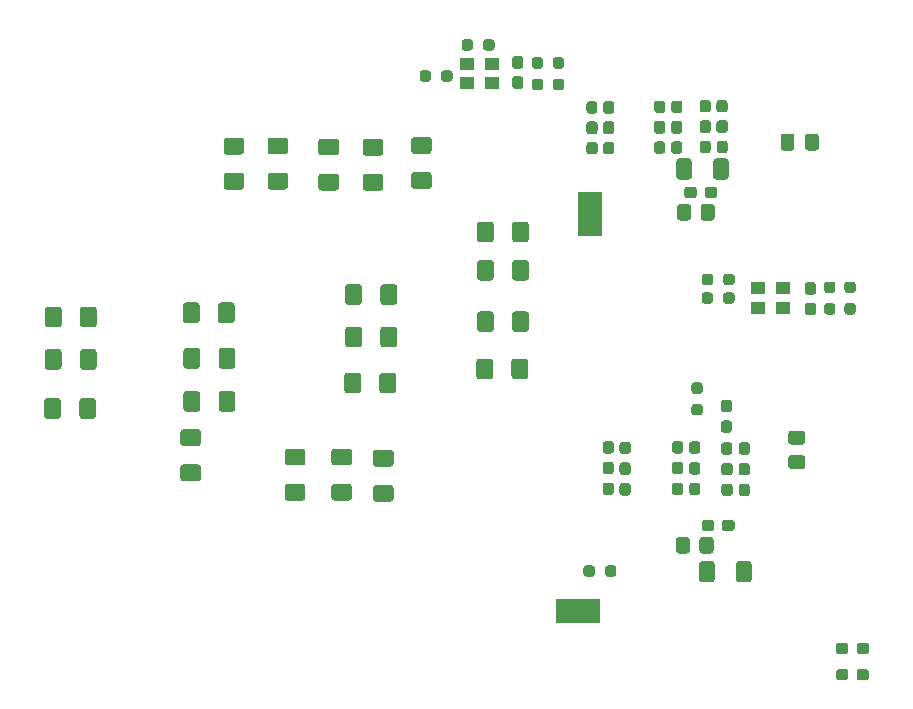
<source format=gbr>
G04 #@! TF.GenerationSoftware,KiCad,Pcbnew,5.1.10-88a1d61d58~90~ubuntu20.04.1*
G04 #@! TF.CreationDate,2021-09-12T22:34:26-04:00*
G04 #@! TF.ProjectId,UnwaryNuc,556e7761-7279-44e7-9563-2e6b69636164,rev?*
G04 #@! TF.SameCoordinates,Original*
G04 #@! TF.FileFunction,Paste,Bot*
G04 #@! TF.FilePolarity,Positive*
%FSLAX46Y46*%
G04 Gerber Fmt 4.6, Leading zero omitted, Abs format (unit mm)*
G04 Created by KiCad (PCBNEW 5.1.10-88a1d61d58~90~ubuntu20.04.1) date 2021-09-12 22:34:26*
%MOMM*%
%LPD*%
G01*
G04 APERTURE LIST*
%ADD10R,2.000000X3.800000*%
%ADD11R,1.300000X1.100000*%
%ADD12R,3.800000X2.000000*%
G04 APERTURE END LIST*
D10*
X165049200Y-75641200D03*
G36*
G01*
X164964100Y-69539600D02*
X165439100Y-69539600D01*
G75*
G02*
X165676600Y-69777100I0J-237500D01*
G01*
X165676600Y-70352100D01*
G75*
G02*
X165439100Y-70589600I-237500J0D01*
G01*
X164964100Y-70589600D01*
G75*
G02*
X164726600Y-70352100I0J237500D01*
G01*
X164726600Y-69777100D01*
G75*
G02*
X164964100Y-69539600I237500J0D01*
G01*
G37*
G36*
G01*
X164964100Y-67789600D02*
X165439100Y-67789600D01*
G75*
G02*
X165676600Y-68027100I0J-237500D01*
G01*
X165676600Y-68602100D01*
G75*
G02*
X165439100Y-68839600I-237500J0D01*
G01*
X164964100Y-68839600D01*
G75*
G02*
X164726600Y-68602100I0J237500D01*
G01*
X164726600Y-68027100D01*
G75*
G02*
X164964100Y-67789600I237500J0D01*
G01*
G37*
G36*
G01*
X165421100Y-67137800D02*
X164946100Y-67137800D01*
G75*
G02*
X164708600Y-66900300I0J237500D01*
G01*
X164708600Y-66325300D01*
G75*
G02*
X164946100Y-66087800I237500J0D01*
G01*
X165421100Y-66087800D01*
G75*
G02*
X165658600Y-66325300I0J-237500D01*
G01*
X165658600Y-66900300D01*
G75*
G02*
X165421100Y-67137800I-237500J0D01*
G01*
G37*
G36*
G01*
X165421100Y-68887800D02*
X164946100Y-68887800D01*
G75*
G02*
X164708600Y-68650300I0J237500D01*
G01*
X164708600Y-68075300D01*
G75*
G02*
X164946100Y-67837800I237500J0D01*
G01*
X165421100Y-67837800D01*
G75*
G02*
X165658600Y-68075300I0J-237500D01*
G01*
X165658600Y-68650300D01*
G75*
G02*
X165421100Y-68887800I-237500J0D01*
G01*
G37*
G36*
G01*
X172133800Y-69488800D02*
X172608800Y-69488800D01*
G75*
G02*
X172846300Y-69726300I0J-237500D01*
G01*
X172846300Y-70301300D01*
G75*
G02*
X172608800Y-70538800I-237500J0D01*
G01*
X172133800Y-70538800D01*
G75*
G02*
X171896300Y-70301300I0J237500D01*
G01*
X171896300Y-69726300D01*
G75*
G02*
X172133800Y-69488800I237500J0D01*
G01*
G37*
G36*
G01*
X172133800Y-67738800D02*
X172608800Y-67738800D01*
G75*
G02*
X172846300Y-67976300I0J-237500D01*
G01*
X172846300Y-68551300D01*
G75*
G02*
X172608800Y-68788800I-237500J0D01*
G01*
X172133800Y-68788800D01*
G75*
G02*
X171896300Y-68551300I0J237500D01*
G01*
X171896300Y-67976300D01*
G75*
G02*
X172133800Y-67738800I237500J0D01*
G01*
G37*
G36*
G01*
X172608800Y-67087000D02*
X172133800Y-67087000D01*
G75*
G02*
X171896300Y-66849500I0J237500D01*
G01*
X171896300Y-66274500D01*
G75*
G02*
X172133800Y-66037000I237500J0D01*
G01*
X172608800Y-66037000D01*
G75*
G02*
X172846300Y-66274500I0J-237500D01*
G01*
X172846300Y-66849500D01*
G75*
G02*
X172608800Y-67087000I-237500J0D01*
G01*
G37*
G36*
G01*
X172608800Y-68837000D02*
X172133800Y-68837000D01*
G75*
G02*
X171896300Y-68599500I0J237500D01*
G01*
X171896300Y-68024500D01*
G75*
G02*
X172133800Y-67787000I237500J0D01*
G01*
X172608800Y-67787000D01*
G75*
G02*
X172846300Y-68024500I0J-237500D01*
G01*
X172846300Y-68599500D01*
G75*
G02*
X172608800Y-68837000I-237500J0D01*
G01*
G37*
G36*
G01*
X170679100Y-69488800D02*
X171154100Y-69488800D01*
G75*
G02*
X171391600Y-69726300I0J-237500D01*
G01*
X171391600Y-70301300D01*
G75*
G02*
X171154100Y-70538800I-237500J0D01*
G01*
X170679100Y-70538800D01*
G75*
G02*
X170441600Y-70301300I0J237500D01*
G01*
X170441600Y-69726300D01*
G75*
G02*
X170679100Y-69488800I237500J0D01*
G01*
G37*
G36*
G01*
X170679100Y-67738800D02*
X171154100Y-67738800D01*
G75*
G02*
X171391600Y-67976300I0J-237500D01*
G01*
X171391600Y-68551300D01*
G75*
G02*
X171154100Y-68788800I-237500J0D01*
G01*
X170679100Y-68788800D01*
G75*
G02*
X170441600Y-68551300I0J237500D01*
G01*
X170441600Y-67976300D01*
G75*
G02*
X170679100Y-67738800I237500J0D01*
G01*
G37*
G36*
G01*
X171162000Y-67087000D02*
X170687000Y-67087000D01*
G75*
G02*
X170449500Y-66849500I0J237500D01*
G01*
X170449500Y-66274500D01*
G75*
G02*
X170687000Y-66037000I237500J0D01*
G01*
X171162000Y-66037000D01*
G75*
G02*
X171399500Y-66274500I0J-237500D01*
G01*
X171399500Y-66849500D01*
G75*
G02*
X171162000Y-67087000I-237500J0D01*
G01*
G37*
G36*
G01*
X171162000Y-68837000D02*
X170687000Y-68837000D01*
G75*
G02*
X170449500Y-68599500I0J237500D01*
G01*
X170449500Y-68024500D01*
G75*
G02*
X170687000Y-67787000I237500J0D01*
G01*
X171162000Y-67787000D01*
G75*
G02*
X171399500Y-68024500I0J-237500D01*
G01*
X171399500Y-68599500D01*
G75*
G02*
X171162000Y-68837000I-237500J0D01*
G01*
G37*
G36*
G01*
X174539900Y-69438000D02*
X175014900Y-69438000D01*
G75*
G02*
X175252400Y-69675500I0J-237500D01*
G01*
X175252400Y-70250500D01*
G75*
G02*
X175014900Y-70488000I-237500J0D01*
G01*
X174539900Y-70488000D01*
G75*
G02*
X174302400Y-70250500I0J237500D01*
G01*
X174302400Y-69675500D01*
G75*
G02*
X174539900Y-69438000I237500J0D01*
G01*
G37*
G36*
G01*
X174539900Y-67688000D02*
X175014900Y-67688000D01*
G75*
G02*
X175252400Y-67925500I0J-237500D01*
G01*
X175252400Y-68500500D01*
G75*
G02*
X175014900Y-68738000I-237500J0D01*
G01*
X174539900Y-68738000D01*
G75*
G02*
X174302400Y-68500500I0J237500D01*
G01*
X174302400Y-67925500D01*
G75*
G02*
X174539900Y-67688000I237500J0D01*
G01*
G37*
G36*
G01*
X175021300Y-67036200D02*
X174546300Y-67036200D01*
G75*
G02*
X174308800Y-66798700I0J237500D01*
G01*
X174308800Y-66223700D01*
G75*
G02*
X174546300Y-65986200I237500J0D01*
G01*
X175021300Y-65986200D01*
G75*
G02*
X175258800Y-66223700I0J-237500D01*
G01*
X175258800Y-66798700D01*
G75*
G02*
X175021300Y-67036200I-237500J0D01*
G01*
G37*
G36*
G01*
X175021300Y-68786200D02*
X174546300Y-68786200D01*
G75*
G02*
X174308800Y-68548700I0J237500D01*
G01*
X174308800Y-67973700D01*
G75*
G02*
X174546300Y-67736200I237500J0D01*
G01*
X175021300Y-67736200D01*
G75*
G02*
X175258800Y-67973700I0J-237500D01*
G01*
X175258800Y-68548700D01*
G75*
G02*
X175021300Y-68786200I-237500J0D01*
G01*
G37*
G36*
G01*
X175987700Y-69438000D02*
X176462700Y-69438000D01*
G75*
G02*
X176700200Y-69675500I0J-237500D01*
G01*
X176700200Y-70250500D01*
G75*
G02*
X176462700Y-70488000I-237500J0D01*
G01*
X175987700Y-70488000D01*
G75*
G02*
X175750200Y-70250500I0J237500D01*
G01*
X175750200Y-69675500D01*
G75*
G02*
X175987700Y-69438000I237500J0D01*
G01*
G37*
G36*
G01*
X175987700Y-67688000D02*
X176462700Y-67688000D01*
G75*
G02*
X176700200Y-67925500I0J-237500D01*
G01*
X176700200Y-68500500D01*
G75*
G02*
X176462700Y-68738000I-237500J0D01*
G01*
X175987700Y-68738000D01*
G75*
G02*
X175750200Y-68500500I0J237500D01*
G01*
X175750200Y-67925500D01*
G75*
G02*
X175987700Y-67688000I237500J0D01*
G01*
G37*
G36*
G01*
X176437300Y-67036200D02*
X175962300Y-67036200D01*
G75*
G02*
X175724800Y-66798700I0J237500D01*
G01*
X175724800Y-66223700D01*
G75*
G02*
X175962300Y-65986200I237500J0D01*
G01*
X176437300Y-65986200D01*
G75*
G02*
X176674800Y-66223700I0J-237500D01*
G01*
X176674800Y-66798700D01*
G75*
G02*
X176437300Y-67036200I-237500J0D01*
G01*
G37*
G36*
G01*
X176437300Y-68786200D02*
X175962300Y-68786200D01*
G75*
G02*
X175724800Y-68548700I0J237500D01*
G01*
X175724800Y-67973700D01*
G75*
G02*
X175962300Y-67736200I237500J0D01*
G01*
X176437300Y-67736200D01*
G75*
G02*
X176674800Y-67973700I0J-237500D01*
G01*
X176674800Y-68548700D01*
G75*
G02*
X176437300Y-68786200I-237500J0D01*
G01*
G37*
G36*
G01*
X166361100Y-69539600D02*
X166836100Y-69539600D01*
G75*
G02*
X167073600Y-69777100I0J-237500D01*
G01*
X167073600Y-70352100D01*
G75*
G02*
X166836100Y-70589600I-237500J0D01*
G01*
X166361100Y-70589600D01*
G75*
G02*
X166123600Y-70352100I0J237500D01*
G01*
X166123600Y-69777100D01*
G75*
G02*
X166361100Y-69539600I237500J0D01*
G01*
G37*
G36*
G01*
X166361100Y-67789600D02*
X166836100Y-67789600D01*
G75*
G02*
X167073600Y-68027100I0J-237500D01*
G01*
X167073600Y-68602100D01*
G75*
G02*
X166836100Y-68839600I-237500J0D01*
G01*
X166361100Y-68839600D01*
G75*
G02*
X166123600Y-68602100I0J237500D01*
G01*
X166123600Y-68027100D01*
G75*
G02*
X166361100Y-67789600I237500J0D01*
G01*
G37*
G36*
G01*
X166844500Y-67137800D02*
X166369500Y-67137800D01*
G75*
G02*
X166132000Y-66900300I0J237500D01*
G01*
X166132000Y-66325300D01*
G75*
G02*
X166369500Y-66087800I237500J0D01*
G01*
X166844500Y-66087800D01*
G75*
G02*
X167082000Y-66325300I0J-237500D01*
G01*
X167082000Y-66900300D01*
G75*
G02*
X166844500Y-67137800I-237500J0D01*
G01*
G37*
G36*
G01*
X166844500Y-68887800D02*
X166369500Y-68887800D01*
G75*
G02*
X166132000Y-68650300I0J237500D01*
G01*
X166132000Y-68075300D01*
G75*
G02*
X166369500Y-67837800I237500J0D01*
G01*
X166844500Y-67837800D01*
G75*
G02*
X167082000Y-68075300I0J-237500D01*
G01*
X167082000Y-68650300D01*
G75*
G02*
X166844500Y-68887800I-237500J0D01*
G01*
G37*
G36*
G01*
X165437000Y-105629700D02*
X165437000Y-106104700D01*
G75*
G02*
X165199500Y-106342200I-237500J0D01*
G01*
X164699500Y-106342200D01*
G75*
G02*
X164462000Y-106104700I0J237500D01*
G01*
X164462000Y-105629700D01*
G75*
G02*
X164699500Y-105392200I237500J0D01*
G01*
X165199500Y-105392200D01*
G75*
G02*
X165437000Y-105629700I0J-237500D01*
G01*
G37*
G36*
G01*
X167262000Y-105629700D02*
X167262000Y-106104700D01*
G75*
G02*
X167024500Y-106342200I-237500J0D01*
G01*
X166524500Y-106342200D01*
G75*
G02*
X166287000Y-106104700I0J237500D01*
G01*
X166287000Y-105629700D01*
G75*
G02*
X166524500Y-105392200I237500J0D01*
G01*
X167024500Y-105392200D01*
G75*
G02*
X167262000Y-105629700I0J-237500D01*
G01*
G37*
G36*
G01*
X152418600Y-64194700D02*
X152418600Y-63719700D01*
G75*
G02*
X152656100Y-63482200I237500J0D01*
G01*
X153156100Y-63482200D01*
G75*
G02*
X153393600Y-63719700I0J-237500D01*
G01*
X153393600Y-64194700D01*
G75*
G02*
X153156100Y-64432200I-237500J0D01*
G01*
X152656100Y-64432200D01*
G75*
G02*
X152418600Y-64194700I0J237500D01*
G01*
G37*
G36*
G01*
X150593600Y-64194700D02*
X150593600Y-63719700D01*
G75*
G02*
X150831100Y-63482200I237500J0D01*
G01*
X151331100Y-63482200D01*
G75*
G02*
X151568600Y-63719700I0J-237500D01*
G01*
X151568600Y-64194700D01*
G75*
G02*
X151331100Y-64432200I-237500J0D01*
G01*
X150831100Y-64432200D01*
G75*
G02*
X150593600Y-64194700I0J237500D01*
G01*
G37*
G36*
G01*
X155124600Y-61078100D02*
X155124600Y-61553100D01*
G75*
G02*
X154887100Y-61790600I-237500J0D01*
G01*
X154387100Y-61790600D01*
G75*
G02*
X154149600Y-61553100I0J237500D01*
G01*
X154149600Y-61078100D01*
G75*
G02*
X154387100Y-60840600I237500J0D01*
G01*
X154887100Y-60840600D01*
G75*
G02*
X155124600Y-61078100I0J-237500D01*
G01*
G37*
G36*
G01*
X156949600Y-61078100D02*
X156949600Y-61553100D01*
G75*
G02*
X156712100Y-61790600I-237500J0D01*
G01*
X156212100Y-61790600D01*
G75*
G02*
X155974600Y-61553100I0J237500D01*
G01*
X155974600Y-61078100D01*
G75*
G02*
X156212100Y-60840600I237500J0D01*
G01*
X156712100Y-60840600D01*
G75*
G02*
X156949600Y-61078100I0J-237500D01*
G01*
G37*
G36*
G01*
X173488400Y-103232799D02*
X173488400Y-104132801D01*
G75*
G02*
X173238401Y-104382800I-249999J0D01*
G01*
X172538399Y-104382800D01*
G75*
G02*
X172288400Y-104132801I0J249999D01*
G01*
X172288400Y-103232799D01*
G75*
G02*
X172538399Y-102982800I249999J0D01*
G01*
X173238401Y-102982800D01*
G75*
G02*
X173488400Y-103232799I0J-249999D01*
G01*
G37*
G36*
G01*
X175488400Y-103232799D02*
X175488400Y-104132801D01*
G75*
G02*
X175238401Y-104382800I-249999J0D01*
G01*
X174538399Y-104382800D01*
G75*
G02*
X174288400Y-104132801I0J249999D01*
G01*
X174288400Y-103232799D01*
G75*
G02*
X174538399Y-102982800I249999J0D01*
G01*
X175238401Y-102982800D01*
G75*
G02*
X175488400Y-103232799I0J-249999D01*
G01*
G37*
G36*
G01*
X174390000Y-75938801D02*
X174390000Y-75038799D01*
G75*
G02*
X174639999Y-74788800I249999J0D01*
G01*
X175340001Y-74788800D01*
G75*
G02*
X175590000Y-75038799I0J-249999D01*
G01*
X175590000Y-75938801D01*
G75*
G02*
X175340001Y-76188800I-249999J0D01*
G01*
X174639999Y-76188800D01*
G75*
G02*
X174390000Y-75938801I0J249999D01*
G01*
G37*
G36*
G01*
X172390000Y-75938801D02*
X172390000Y-75038799D01*
G75*
G02*
X172639999Y-74788800I249999J0D01*
G01*
X173340001Y-74788800D01*
G75*
G02*
X173590000Y-75038799I0J-249999D01*
G01*
X173590000Y-75938801D01*
G75*
G02*
X173340001Y-76188800I-249999J0D01*
G01*
X172639999Y-76188800D01*
G75*
G02*
X172390000Y-75938801I0J249999D01*
G01*
G37*
G36*
G01*
X160816300Y-63329000D02*
X160341300Y-63329000D01*
G75*
G02*
X160103800Y-63091500I0J237500D01*
G01*
X160103800Y-62591500D01*
G75*
G02*
X160341300Y-62354000I237500J0D01*
G01*
X160816300Y-62354000D01*
G75*
G02*
X161053800Y-62591500I0J-237500D01*
G01*
X161053800Y-63091500D01*
G75*
G02*
X160816300Y-63329000I-237500J0D01*
G01*
G37*
G36*
G01*
X160816300Y-65154000D02*
X160341300Y-65154000D01*
G75*
G02*
X160103800Y-64916500I0J237500D01*
G01*
X160103800Y-64416500D01*
G75*
G02*
X160341300Y-64179000I237500J0D01*
G01*
X160816300Y-64179000D01*
G75*
G02*
X161053800Y-64416500I0J-237500D01*
G01*
X161053800Y-64916500D01*
G75*
G02*
X160816300Y-65154000I-237500J0D01*
G01*
G37*
G36*
G01*
X162594300Y-63329000D02*
X162119300Y-63329000D01*
G75*
G02*
X161881800Y-63091500I0J237500D01*
G01*
X161881800Y-62591500D01*
G75*
G02*
X162119300Y-62354000I237500J0D01*
G01*
X162594300Y-62354000D01*
G75*
G02*
X162831800Y-62591500I0J-237500D01*
G01*
X162831800Y-63091500D01*
G75*
G02*
X162594300Y-63329000I-237500J0D01*
G01*
G37*
G36*
G01*
X162594300Y-65154000D02*
X162119300Y-65154000D01*
G75*
G02*
X161881800Y-64916500I0J237500D01*
G01*
X161881800Y-64416500D01*
G75*
G02*
X162119300Y-64179000I237500J0D01*
G01*
X162594300Y-64179000D01*
G75*
G02*
X162831800Y-64416500I0J-237500D01*
G01*
X162831800Y-64916500D01*
G75*
G02*
X162594300Y-65154000I-237500J0D01*
G01*
G37*
G36*
G01*
X176294600Y-81415900D02*
X176294600Y-80940900D01*
G75*
G02*
X176532100Y-80703400I237500J0D01*
G01*
X177032100Y-80703400D01*
G75*
G02*
X177269600Y-80940900I0J-237500D01*
G01*
X177269600Y-81415900D01*
G75*
G02*
X177032100Y-81653400I-237500J0D01*
G01*
X176532100Y-81653400D01*
G75*
G02*
X176294600Y-81415900I0J237500D01*
G01*
G37*
G36*
G01*
X174469600Y-81415900D02*
X174469600Y-80940900D01*
G75*
G02*
X174707100Y-80703400I237500J0D01*
G01*
X175207100Y-80703400D01*
G75*
G02*
X175444600Y-80940900I0J-237500D01*
G01*
X175444600Y-81415900D01*
G75*
G02*
X175207100Y-81653400I-237500J0D01*
G01*
X174707100Y-81653400D01*
G75*
G02*
X174469600Y-81415900I0J237500D01*
G01*
G37*
G36*
G01*
X176294600Y-82990700D02*
X176294600Y-82515700D01*
G75*
G02*
X176532100Y-82278200I237500J0D01*
G01*
X177032100Y-82278200D01*
G75*
G02*
X177269600Y-82515700I0J-237500D01*
G01*
X177269600Y-82990700D01*
G75*
G02*
X177032100Y-83228200I-237500J0D01*
G01*
X176532100Y-83228200D01*
G75*
G02*
X176294600Y-82990700I0J237500D01*
G01*
G37*
G36*
G01*
X174469600Y-82990700D02*
X174469600Y-82515700D01*
G75*
G02*
X174707100Y-82278200I237500J0D01*
G01*
X175207100Y-82278200D01*
G75*
G02*
X175444600Y-82515700I0J-237500D01*
G01*
X175444600Y-82990700D01*
G75*
G02*
X175207100Y-83228200I-237500J0D01*
G01*
X174707100Y-83228200D01*
G75*
G02*
X174469600Y-82990700I0J237500D01*
G01*
G37*
G36*
G01*
X185555900Y-82328200D02*
X185080900Y-82328200D01*
G75*
G02*
X184843400Y-82090700I0J237500D01*
G01*
X184843400Y-81590700D01*
G75*
G02*
X185080900Y-81353200I237500J0D01*
G01*
X185555900Y-81353200D01*
G75*
G02*
X185793400Y-81590700I0J-237500D01*
G01*
X185793400Y-82090700D01*
G75*
G02*
X185555900Y-82328200I-237500J0D01*
G01*
G37*
G36*
G01*
X185555900Y-84153200D02*
X185080900Y-84153200D01*
G75*
G02*
X184843400Y-83915700I0J237500D01*
G01*
X184843400Y-83415700D01*
G75*
G02*
X185080900Y-83178200I237500J0D01*
G01*
X185555900Y-83178200D01*
G75*
G02*
X185793400Y-83415700I0J-237500D01*
G01*
X185793400Y-83915700D01*
G75*
G02*
X185555900Y-84153200I-237500J0D01*
G01*
G37*
G36*
G01*
X187283100Y-82328200D02*
X186808100Y-82328200D01*
G75*
G02*
X186570600Y-82090700I0J237500D01*
G01*
X186570600Y-81590700D01*
G75*
G02*
X186808100Y-81353200I237500J0D01*
G01*
X187283100Y-81353200D01*
G75*
G02*
X187520600Y-81590700I0J-237500D01*
G01*
X187520600Y-82090700D01*
G75*
G02*
X187283100Y-82328200I-237500J0D01*
G01*
G37*
G36*
G01*
X187283100Y-84153200D02*
X186808100Y-84153200D01*
G75*
G02*
X186570600Y-83915700I0J237500D01*
G01*
X186570600Y-83415700D01*
G75*
G02*
X186808100Y-83178200I237500J0D01*
G01*
X187283100Y-83178200D01*
G75*
G02*
X187520600Y-83415700I0J-237500D01*
G01*
X187520600Y-83915700D01*
G75*
G02*
X187283100Y-84153200I-237500J0D01*
G01*
G37*
G36*
G01*
X173854100Y-91712600D02*
X174329100Y-91712600D01*
G75*
G02*
X174566600Y-91950100I0J-237500D01*
G01*
X174566600Y-92450100D01*
G75*
G02*
X174329100Y-92687600I-237500J0D01*
G01*
X173854100Y-92687600D01*
G75*
G02*
X173616600Y-92450100I0J237500D01*
G01*
X173616600Y-91950100D01*
G75*
G02*
X173854100Y-91712600I237500J0D01*
G01*
G37*
G36*
G01*
X173854100Y-89887600D02*
X174329100Y-89887600D01*
G75*
G02*
X174566600Y-90125100I0J-237500D01*
G01*
X174566600Y-90625100D01*
G75*
G02*
X174329100Y-90862600I-237500J0D01*
G01*
X173854100Y-90862600D01*
G75*
G02*
X173616600Y-90625100I0J237500D01*
G01*
X173616600Y-90125100D01*
G75*
G02*
X173854100Y-89887600I237500J0D01*
G01*
G37*
G36*
G01*
X182328400Y-69070200D02*
X182328400Y-70020200D01*
G75*
G02*
X182078400Y-70270200I-250000J0D01*
G01*
X181403400Y-70270200D01*
G75*
G02*
X181153400Y-70020200I0J250000D01*
G01*
X181153400Y-69070200D01*
G75*
G02*
X181403400Y-68820200I250000J0D01*
G01*
X182078400Y-68820200D01*
G75*
G02*
X182328400Y-69070200I0J-250000D01*
G01*
G37*
G36*
G01*
X184403400Y-69070200D02*
X184403400Y-70020200D01*
G75*
G02*
X184153400Y-70270200I-250000J0D01*
G01*
X183478400Y-70270200D01*
G75*
G02*
X183228400Y-70020200I0J250000D01*
G01*
X183228400Y-69070200D01*
G75*
G02*
X183478400Y-68820200I250000J0D01*
G01*
X184153400Y-68820200D01*
G75*
G02*
X184403400Y-69070200I0J-250000D01*
G01*
G37*
G36*
G01*
X182049400Y-96055600D02*
X182999400Y-96055600D01*
G75*
G02*
X183249400Y-96305600I0J-250000D01*
G01*
X183249400Y-96980600D01*
G75*
G02*
X182999400Y-97230600I-250000J0D01*
G01*
X182049400Y-97230600D01*
G75*
G02*
X181799400Y-96980600I0J250000D01*
G01*
X181799400Y-96305600D01*
G75*
G02*
X182049400Y-96055600I250000J0D01*
G01*
G37*
G36*
G01*
X182049400Y-93980600D02*
X182999400Y-93980600D01*
G75*
G02*
X183249400Y-94230600I0J-250000D01*
G01*
X183249400Y-94905600D01*
G75*
G02*
X182999400Y-95155600I-250000J0D01*
G01*
X182049400Y-95155600D01*
G75*
G02*
X181799400Y-94905600I0J250000D01*
G01*
X181799400Y-94230600D01*
G75*
G02*
X182049400Y-93980600I250000J0D01*
G01*
G37*
G36*
G01*
X174071400Y-73574900D02*
X174071400Y-74049900D01*
G75*
G02*
X173833900Y-74287400I-237500J0D01*
G01*
X173233900Y-74287400D01*
G75*
G02*
X172996400Y-74049900I0J237500D01*
G01*
X172996400Y-73574900D01*
G75*
G02*
X173233900Y-73337400I237500J0D01*
G01*
X173833900Y-73337400D01*
G75*
G02*
X174071400Y-73574900I0J-237500D01*
G01*
G37*
G36*
G01*
X175796400Y-73574900D02*
X175796400Y-74049900D01*
G75*
G02*
X175558900Y-74287400I-237500J0D01*
G01*
X174958900Y-74287400D01*
G75*
G02*
X174721400Y-74049900I0J237500D01*
G01*
X174721400Y-73574900D01*
G75*
G02*
X174958900Y-73337400I237500J0D01*
G01*
X175558900Y-73337400D01*
G75*
G02*
X175796400Y-73574900I0J-237500D01*
G01*
G37*
G36*
G01*
X175544600Y-101768900D02*
X175544600Y-102243900D01*
G75*
G02*
X175307100Y-102481400I-237500J0D01*
G01*
X174707100Y-102481400D01*
G75*
G02*
X174469600Y-102243900I0J237500D01*
G01*
X174469600Y-101768900D01*
G75*
G02*
X174707100Y-101531400I237500J0D01*
G01*
X175307100Y-101531400D01*
G75*
G02*
X175544600Y-101768900I0J-237500D01*
G01*
G37*
G36*
G01*
X177269600Y-101768900D02*
X177269600Y-102243900D01*
G75*
G02*
X177032100Y-102481400I-237500J0D01*
G01*
X176432100Y-102481400D01*
G75*
G02*
X176194600Y-102243900I0J237500D01*
G01*
X176194600Y-101768900D01*
G75*
G02*
X176432100Y-101531400I237500J0D01*
G01*
X177032100Y-101531400D01*
G75*
G02*
X177269600Y-101768900I0J-237500D01*
G01*
G37*
G36*
G01*
X158664900Y-63977400D02*
X159139900Y-63977400D01*
G75*
G02*
X159377400Y-64214900I0J-237500D01*
G01*
X159377400Y-64814900D01*
G75*
G02*
X159139900Y-65052400I-237500J0D01*
G01*
X158664900Y-65052400D01*
G75*
G02*
X158427400Y-64814900I0J237500D01*
G01*
X158427400Y-64214900D01*
G75*
G02*
X158664900Y-63977400I237500J0D01*
G01*
G37*
G36*
G01*
X158664900Y-62252400D02*
X159139900Y-62252400D01*
G75*
G02*
X159377400Y-62489900I0J-237500D01*
G01*
X159377400Y-63089900D01*
G75*
G02*
X159139900Y-63327400I-237500J0D01*
G01*
X158664900Y-63327400D01*
G75*
G02*
X158427400Y-63089900I0J237500D01*
G01*
X158427400Y-62489900D01*
G75*
G02*
X158664900Y-62252400I237500J0D01*
G01*
G37*
G36*
G01*
X175448800Y-72481201D02*
X175448800Y-71181199D01*
G75*
G02*
X175698799Y-70931200I249999J0D01*
G01*
X176523801Y-70931200D01*
G75*
G02*
X176773800Y-71181199I0J-249999D01*
G01*
X176773800Y-72481201D01*
G75*
G02*
X176523801Y-72731200I-249999J0D01*
G01*
X175698799Y-72731200D01*
G75*
G02*
X175448800Y-72481201I0J249999D01*
G01*
G37*
G36*
G01*
X172323800Y-72481201D02*
X172323800Y-71181199D01*
G75*
G02*
X172573799Y-70931200I249999J0D01*
G01*
X173398801Y-70931200D01*
G75*
G02*
X173648800Y-71181199I0J-249999D01*
G01*
X173648800Y-72481201D01*
G75*
G02*
X173398801Y-72731200I-249999J0D01*
G01*
X172573799Y-72731200D01*
G75*
G02*
X172323800Y-72481201I0J249999D01*
G01*
G37*
G36*
G01*
X177379200Y-106568001D02*
X177379200Y-105267999D01*
G75*
G02*
X177629199Y-105018000I249999J0D01*
G01*
X178454201Y-105018000D01*
G75*
G02*
X178704200Y-105267999I0J-249999D01*
G01*
X178704200Y-106568001D01*
G75*
G02*
X178454201Y-106818000I-249999J0D01*
G01*
X177629199Y-106818000D01*
G75*
G02*
X177379200Y-106568001I0J249999D01*
G01*
G37*
G36*
G01*
X174254200Y-106568001D02*
X174254200Y-105267999D01*
G75*
G02*
X174504199Y-105018000I249999J0D01*
G01*
X175329201Y-105018000D01*
G75*
G02*
X175579200Y-105267999I0J-249999D01*
G01*
X175579200Y-106568001D01*
G75*
G02*
X175329201Y-106818000I-249999J0D01*
G01*
X174504199Y-106818000D01*
G75*
G02*
X174254200Y-106568001I0J249999D01*
G01*
G37*
G36*
G01*
X183455300Y-83129000D02*
X183930300Y-83129000D01*
G75*
G02*
X184167800Y-83366500I0J-237500D01*
G01*
X184167800Y-83966500D01*
G75*
G02*
X183930300Y-84204000I-237500J0D01*
G01*
X183455300Y-84204000D01*
G75*
G02*
X183217800Y-83966500I0J237500D01*
G01*
X183217800Y-83366500D01*
G75*
G02*
X183455300Y-83129000I237500J0D01*
G01*
G37*
G36*
G01*
X183455300Y-81404000D02*
X183930300Y-81404000D01*
G75*
G02*
X184167800Y-81641500I0J-237500D01*
G01*
X184167800Y-82241500D01*
G75*
G02*
X183930300Y-82479000I-237500J0D01*
G01*
X183455300Y-82479000D01*
G75*
G02*
X183217800Y-82241500I0J237500D01*
G01*
X183217800Y-81641500D01*
G75*
G02*
X183455300Y-81404000I237500J0D01*
G01*
G37*
D11*
X156752000Y-62929000D03*
X154652000Y-62929000D03*
X154652000Y-64579000D03*
X156752000Y-64579000D03*
X181339200Y-81928200D03*
X179239200Y-81928200D03*
X179239200Y-83578200D03*
X181339200Y-83578200D03*
D12*
X164033200Y-109270800D03*
G36*
G01*
X166335700Y-98368600D02*
X166810700Y-98368600D01*
G75*
G02*
X167048200Y-98606100I0J-237500D01*
G01*
X167048200Y-99181100D01*
G75*
G02*
X166810700Y-99418600I-237500J0D01*
G01*
X166335700Y-99418600D01*
G75*
G02*
X166098200Y-99181100I0J237500D01*
G01*
X166098200Y-98606100D01*
G75*
G02*
X166335700Y-98368600I237500J0D01*
G01*
G37*
G36*
G01*
X166335700Y-96618600D02*
X166810700Y-96618600D01*
G75*
G02*
X167048200Y-96856100I0J-237500D01*
G01*
X167048200Y-97431100D01*
G75*
G02*
X166810700Y-97668600I-237500J0D01*
G01*
X166335700Y-97668600D01*
G75*
G02*
X166098200Y-97431100I0J237500D01*
G01*
X166098200Y-96856100D01*
G75*
G02*
X166335700Y-96618600I237500J0D01*
G01*
G37*
G36*
G01*
X166810700Y-95916000D02*
X166335700Y-95916000D01*
G75*
G02*
X166098200Y-95678500I0J237500D01*
G01*
X166098200Y-95103500D01*
G75*
G02*
X166335700Y-94866000I237500J0D01*
G01*
X166810700Y-94866000D01*
G75*
G02*
X167048200Y-95103500I0J-237500D01*
G01*
X167048200Y-95678500D01*
G75*
G02*
X166810700Y-95916000I-237500J0D01*
G01*
G37*
G36*
G01*
X166810700Y-97666000D02*
X166335700Y-97666000D01*
G75*
G02*
X166098200Y-97428500I0J237500D01*
G01*
X166098200Y-96853500D01*
G75*
G02*
X166335700Y-96616000I237500J0D01*
G01*
X166810700Y-96616000D01*
G75*
G02*
X167048200Y-96853500I0J-237500D01*
G01*
X167048200Y-97428500D01*
G75*
G02*
X166810700Y-97666000I-237500J0D01*
G01*
G37*
G36*
G01*
X173650900Y-98394000D02*
X174125900Y-98394000D01*
G75*
G02*
X174363400Y-98631500I0J-237500D01*
G01*
X174363400Y-99206500D01*
G75*
G02*
X174125900Y-99444000I-237500J0D01*
G01*
X173650900Y-99444000D01*
G75*
G02*
X173413400Y-99206500I0J237500D01*
G01*
X173413400Y-98631500D01*
G75*
G02*
X173650900Y-98394000I237500J0D01*
G01*
G37*
G36*
G01*
X173650900Y-96644000D02*
X174125900Y-96644000D01*
G75*
G02*
X174363400Y-96881500I0J-237500D01*
G01*
X174363400Y-97456500D01*
G75*
G02*
X174125900Y-97694000I-237500J0D01*
G01*
X173650900Y-97694000D01*
G75*
G02*
X173413400Y-97456500I0J237500D01*
G01*
X173413400Y-96881500D01*
G75*
G02*
X173650900Y-96644000I237500J0D01*
G01*
G37*
G36*
G01*
X174125900Y-95941400D02*
X173650900Y-95941400D01*
G75*
G02*
X173413400Y-95703900I0J237500D01*
G01*
X173413400Y-95128900D01*
G75*
G02*
X173650900Y-94891400I237500J0D01*
G01*
X174125900Y-94891400D01*
G75*
G02*
X174363400Y-95128900I0J-237500D01*
G01*
X174363400Y-95703900D01*
G75*
G02*
X174125900Y-95941400I-237500J0D01*
G01*
G37*
G36*
G01*
X174125900Y-97691400D02*
X173650900Y-97691400D01*
G75*
G02*
X173413400Y-97453900I0J237500D01*
G01*
X173413400Y-96878900D01*
G75*
G02*
X173650900Y-96641400I237500J0D01*
G01*
X174125900Y-96641400D01*
G75*
G02*
X174363400Y-96878900I0J-237500D01*
G01*
X174363400Y-97453900D01*
G75*
G02*
X174125900Y-97691400I-237500J0D01*
G01*
G37*
G36*
G01*
X172203100Y-98382600D02*
X172678100Y-98382600D01*
G75*
G02*
X172915600Y-98620100I0J-237500D01*
G01*
X172915600Y-99195100D01*
G75*
G02*
X172678100Y-99432600I-237500J0D01*
G01*
X172203100Y-99432600D01*
G75*
G02*
X171965600Y-99195100I0J237500D01*
G01*
X171965600Y-98620100D01*
G75*
G02*
X172203100Y-98382600I237500J0D01*
G01*
G37*
G36*
G01*
X172203100Y-96632600D02*
X172678100Y-96632600D01*
G75*
G02*
X172915600Y-96870100I0J-237500D01*
G01*
X172915600Y-97445100D01*
G75*
G02*
X172678100Y-97682600I-237500J0D01*
G01*
X172203100Y-97682600D01*
G75*
G02*
X171965600Y-97445100I0J237500D01*
G01*
X171965600Y-96870100D01*
G75*
G02*
X172203100Y-96632600I237500J0D01*
G01*
G37*
G36*
G01*
X172678100Y-95916000D02*
X172203100Y-95916000D01*
G75*
G02*
X171965600Y-95678500I0J237500D01*
G01*
X171965600Y-95103500D01*
G75*
G02*
X172203100Y-94866000I237500J0D01*
G01*
X172678100Y-94866000D01*
G75*
G02*
X172915600Y-95103500I0J-237500D01*
G01*
X172915600Y-95678500D01*
G75*
G02*
X172678100Y-95916000I-237500J0D01*
G01*
G37*
G36*
G01*
X172678100Y-97666000D02*
X172203100Y-97666000D01*
G75*
G02*
X171965600Y-97428500I0J237500D01*
G01*
X171965600Y-96853500D01*
G75*
G02*
X172203100Y-96616000I237500J0D01*
G01*
X172678100Y-96616000D01*
G75*
G02*
X172915600Y-96853500I0J-237500D01*
G01*
X172915600Y-97428500D01*
G75*
G02*
X172678100Y-97666000I-237500J0D01*
G01*
G37*
G36*
G01*
X176394100Y-98470200D02*
X176869100Y-98470200D01*
G75*
G02*
X177106600Y-98707700I0J-237500D01*
G01*
X177106600Y-99282700D01*
G75*
G02*
X176869100Y-99520200I-237500J0D01*
G01*
X176394100Y-99520200D01*
G75*
G02*
X176156600Y-99282700I0J237500D01*
G01*
X176156600Y-98707700D01*
G75*
G02*
X176394100Y-98470200I237500J0D01*
G01*
G37*
G36*
G01*
X176394100Y-96720200D02*
X176869100Y-96720200D01*
G75*
G02*
X177106600Y-96957700I0J-237500D01*
G01*
X177106600Y-97532700D01*
G75*
G02*
X176869100Y-97770200I-237500J0D01*
G01*
X176394100Y-97770200D01*
G75*
G02*
X176156600Y-97532700I0J237500D01*
G01*
X176156600Y-96957700D01*
G75*
G02*
X176394100Y-96720200I237500J0D01*
G01*
G37*
G36*
G01*
X176843700Y-96017600D02*
X176368700Y-96017600D01*
G75*
G02*
X176131200Y-95780100I0J237500D01*
G01*
X176131200Y-95205100D01*
G75*
G02*
X176368700Y-94967600I237500J0D01*
G01*
X176843700Y-94967600D01*
G75*
G02*
X177081200Y-95205100I0J-237500D01*
G01*
X177081200Y-95780100D01*
G75*
G02*
X176843700Y-96017600I-237500J0D01*
G01*
G37*
G36*
G01*
X176843700Y-97767600D02*
X176368700Y-97767600D01*
G75*
G02*
X176131200Y-97530100I0J237500D01*
G01*
X176131200Y-96955100D01*
G75*
G02*
X176368700Y-96717600I237500J0D01*
G01*
X176843700Y-96717600D01*
G75*
G02*
X177081200Y-96955100I0J-237500D01*
G01*
X177081200Y-97530100D01*
G75*
G02*
X176843700Y-97767600I-237500J0D01*
G01*
G37*
G36*
G01*
X177841900Y-98470200D02*
X178316900Y-98470200D01*
G75*
G02*
X178554400Y-98707700I0J-237500D01*
G01*
X178554400Y-99282700D01*
G75*
G02*
X178316900Y-99520200I-237500J0D01*
G01*
X177841900Y-99520200D01*
G75*
G02*
X177604400Y-99282700I0J237500D01*
G01*
X177604400Y-98707700D01*
G75*
G02*
X177841900Y-98470200I237500J0D01*
G01*
G37*
G36*
G01*
X177841900Y-96720200D02*
X178316900Y-96720200D01*
G75*
G02*
X178554400Y-96957700I0J-237500D01*
G01*
X178554400Y-97532700D01*
G75*
G02*
X178316900Y-97770200I-237500J0D01*
G01*
X177841900Y-97770200D01*
G75*
G02*
X177604400Y-97532700I0J237500D01*
G01*
X177604400Y-96957700D01*
G75*
G02*
X177841900Y-96720200I237500J0D01*
G01*
G37*
G36*
G01*
X178335700Y-96017600D02*
X177860700Y-96017600D01*
G75*
G02*
X177623200Y-95780100I0J237500D01*
G01*
X177623200Y-95205100D01*
G75*
G02*
X177860700Y-94967600I237500J0D01*
G01*
X178335700Y-94967600D01*
G75*
G02*
X178573200Y-95205100I0J-237500D01*
G01*
X178573200Y-95780100D01*
G75*
G02*
X178335700Y-96017600I-237500J0D01*
G01*
G37*
G36*
G01*
X178335700Y-97767600D02*
X177860700Y-97767600D01*
G75*
G02*
X177623200Y-97530100I0J237500D01*
G01*
X177623200Y-96955100D01*
G75*
G02*
X177860700Y-96717600I237500J0D01*
G01*
X178335700Y-96717600D01*
G75*
G02*
X178573200Y-96955100I0J-237500D01*
G01*
X178573200Y-97530100D01*
G75*
G02*
X178335700Y-97767600I-237500J0D01*
G01*
G37*
G36*
G01*
X167758100Y-98419400D02*
X168233100Y-98419400D01*
G75*
G02*
X168470600Y-98656900I0J-237500D01*
G01*
X168470600Y-99231900D01*
G75*
G02*
X168233100Y-99469400I-237500J0D01*
G01*
X167758100Y-99469400D01*
G75*
G02*
X167520600Y-99231900I0J237500D01*
G01*
X167520600Y-98656900D01*
G75*
G02*
X167758100Y-98419400I237500J0D01*
G01*
G37*
G36*
G01*
X167758100Y-96669400D02*
X168233100Y-96669400D01*
G75*
G02*
X168470600Y-96906900I0J-237500D01*
G01*
X168470600Y-97481900D01*
G75*
G02*
X168233100Y-97719400I-237500J0D01*
G01*
X167758100Y-97719400D01*
G75*
G02*
X167520600Y-97481900I0J237500D01*
G01*
X167520600Y-96906900D01*
G75*
G02*
X167758100Y-96669400I237500J0D01*
G01*
G37*
G36*
G01*
X168233100Y-95966800D02*
X167758100Y-95966800D01*
G75*
G02*
X167520600Y-95729300I0J237500D01*
G01*
X167520600Y-95154300D01*
G75*
G02*
X167758100Y-94916800I237500J0D01*
G01*
X168233100Y-94916800D01*
G75*
G02*
X168470600Y-95154300I0J-237500D01*
G01*
X168470600Y-95729300D01*
G75*
G02*
X168233100Y-95966800I-237500J0D01*
G01*
G37*
G36*
G01*
X168233100Y-97716800D02*
X167758100Y-97716800D01*
G75*
G02*
X167520600Y-97479300I0J237500D01*
G01*
X167520600Y-96904300D01*
G75*
G02*
X167758100Y-96666800I237500J0D01*
G01*
X168233100Y-96666800D01*
G75*
G02*
X168470600Y-96904300I0J-237500D01*
G01*
X168470600Y-97479300D01*
G75*
G02*
X168233100Y-97716800I-237500J0D01*
G01*
G37*
G36*
G01*
X176818300Y-92410800D02*
X176343300Y-92410800D01*
G75*
G02*
X176105800Y-92173300I0J237500D01*
G01*
X176105800Y-91598300D01*
G75*
G02*
X176343300Y-91360800I237500J0D01*
G01*
X176818300Y-91360800D01*
G75*
G02*
X177055800Y-91598300I0J-237500D01*
G01*
X177055800Y-92173300D01*
G75*
G02*
X176818300Y-92410800I-237500J0D01*
G01*
G37*
G36*
G01*
X176818300Y-94160800D02*
X176343300Y-94160800D01*
G75*
G02*
X176105800Y-93923300I0J237500D01*
G01*
X176105800Y-93348300D01*
G75*
G02*
X176343300Y-93110800I237500J0D01*
G01*
X176818300Y-93110800D01*
G75*
G02*
X177055800Y-93348300I0J-237500D01*
G01*
X177055800Y-93923300D01*
G75*
G02*
X176818300Y-94160800I-237500J0D01*
G01*
G37*
G36*
G01*
X186898800Y-114400500D02*
X186898800Y-114875500D01*
G75*
G02*
X186661300Y-115113000I-237500J0D01*
G01*
X186086300Y-115113000D01*
G75*
G02*
X185848800Y-114875500I0J237500D01*
G01*
X185848800Y-114400500D01*
G75*
G02*
X186086300Y-114163000I237500J0D01*
G01*
X186661300Y-114163000D01*
G75*
G02*
X186898800Y-114400500I0J-237500D01*
G01*
G37*
G36*
G01*
X188648800Y-114400500D02*
X188648800Y-114875500D01*
G75*
G02*
X188411300Y-115113000I-237500J0D01*
G01*
X187836300Y-115113000D01*
G75*
G02*
X187598800Y-114875500I0J237500D01*
G01*
X187598800Y-114400500D01*
G75*
G02*
X187836300Y-114163000I237500J0D01*
G01*
X188411300Y-114163000D01*
G75*
G02*
X188648800Y-114400500I0J-237500D01*
G01*
G37*
G36*
G01*
X187598800Y-112657900D02*
X187598800Y-112182900D01*
G75*
G02*
X187836300Y-111945400I237500J0D01*
G01*
X188411300Y-111945400D01*
G75*
G02*
X188648800Y-112182900I0J-237500D01*
G01*
X188648800Y-112657900D01*
G75*
G02*
X188411300Y-112895400I-237500J0D01*
G01*
X187836300Y-112895400D01*
G75*
G02*
X187598800Y-112657900I0J237500D01*
G01*
G37*
G36*
G01*
X185848800Y-112657900D02*
X185848800Y-112182900D01*
G75*
G02*
X186086300Y-111945400I237500J0D01*
G01*
X186661300Y-111945400D01*
G75*
G02*
X186898800Y-112182900I0J-237500D01*
G01*
X186898800Y-112657900D01*
G75*
G02*
X186661300Y-112895400I-237500J0D01*
G01*
X186086300Y-112895400D01*
G75*
G02*
X185848800Y-112657900I0J237500D01*
G01*
G37*
G36*
G01*
X131841400Y-95287800D02*
X130591400Y-95287800D01*
G75*
G02*
X130341400Y-95037800I0J250000D01*
G01*
X130341400Y-94112800D01*
G75*
G02*
X130591400Y-93862800I250000J0D01*
G01*
X131841400Y-93862800D01*
G75*
G02*
X132091400Y-94112800I0J-250000D01*
G01*
X132091400Y-95037800D01*
G75*
G02*
X131841400Y-95287800I-250000J0D01*
G01*
G37*
G36*
G01*
X131841400Y-98262800D02*
X130591400Y-98262800D01*
G75*
G02*
X130341400Y-98012800I0J250000D01*
G01*
X130341400Y-97087800D01*
G75*
G02*
X130591400Y-96837800I250000J0D01*
G01*
X131841400Y-96837800D01*
G75*
G02*
X132091400Y-97087800I0J-250000D01*
G01*
X132091400Y-98012800D01*
G75*
G02*
X131841400Y-98262800I-250000J0D01*
G01*
G37*
G36*
G01*
X158375000Y-89375000D02*
X158375000Y-88125000D01*
G75*
G02*
X158625000Y-87875000I250000J0D01*
G01*
X159550000Y-87875000D01*
G75*
G02*
X159800000Y-88125000I0J-250000D01*
G01*
X159800000Y-89375000D01*
G75*
G02*
X159550000Y-89625000I-250000J0D01*
G01*
X158625000Y-89625000D01*
G75*
G02*
X158375000Y-89375000I0J250000D01*
G01*
G37*
G36*
G01*
X155400000Y-89375000D02*
X155400000Y-88125000D01*
G75*
G02*
X155650000Y-87875000I250000J0D01*
G01*
X156575000Y-87875000D01*
G75*
G02*
X156825000Y-88125000I0J-250000D01*
G01*
X156825000Y-89375000D01*
G75*
G02*
X156575000Y-89625000I-250000J0D01*
G01*
X155650000Y-89625000D01*
G75*
G02*
X155400000Y-89375000I0J250000D01*
G01*
G37*
G36*
G01*
X158425000Y-77775000D02*
X158425000Y-76525000D01*
G75*
G02*
X158675000Y-76275000I250000J0D01*
G01*
X159600000Y-76275000D01*
G75*
G02*
X159850000Y-76525000I0J-250000D01*
G01*
X159850000Y-77775000D01*
G75*
G02*
X159600000Y-78025000I-250000J0D01*
G01*
X158675000Y-78025000D01*
G75*
G02*
X158425000Y-77775000I0J250000D01*
G01*
G37*
G36*
G01*
X155450000Y-77775000D02*
X155450000Y-76525000D01*
G75*
G02*
X155700000Y-76275000I250000J0D01*
G01*
X156625000Y-76275000D01*
G75*
G02*
X156875000Y-76525000I0J-250000D01*
G01*
X156875000Y-77775000D01*
G75*
G02*
X156625000Y-78025000I-250000J0D01*
G01*
X155700000Y-78025000D01*
G75*
G02*
X155450000Y-77775000I0J250000D01*
G01*
G37*
G36*
G01*
X155450000Y-81025000D02*
X155450000Y-79775000D01*
G75*
G02*
X155700000Y-79525000I250000J0D01*
G01*
X156625000Y-79525000D01*
G75*
G02*
X156875000Y-79775000I0J-250000D01*
G01*
X156875000Y-81025000D01*
G75*
G02*
X156625000Y-81275000I-250000J0D01*
G01*
X155700000Y-81275000D01*
G75*
G02*
X155450000Y-81025000I0J250000D01*
G01*
G37*
G36*
G01*
X158425000Y-81025000D02*
X158425000Y-79775000D01*
G75*
G02*
X158675000Y-79525000I250000J0D01*
G01*
X159600000Y-79525000D01*
G75*
G02*
X159850000Y-79775000I0J-250000D01*
G01*
X159850000Y-81025000D01*
G75*
G02*
X159600000Y-81275000I-250000J0D01*
G01*
X158675000Y-81275000D01*
G75*
G02*
X158425000Y-81025000I0J250000D01*
G01*
G37*
G36*
G01*
X145637500Y-89325000D02*
X145637500Y-90575000D01*
G75*
G02*
X145387500Y-90825000I-250000J0D01*
G01*
X144462500Y-90825000D01*
G75*
G02*
X144212500Y-90575000I0J250000D01*
G01*
X144212500Y-89325000D01*
G75*
G02*
X144462500Y-89075000I250000J0D01*
G01*
X145387500Y-89075000D01*
G75*
G02*
X145637500Y-89325000I0J-250000D01*
G01*
G37*
G36*
G01*
X148612500Y-89325000D02*
X148612500Y-90575000D01*
G75*
G02*
X148362500Y-90825000I-250000J0D01*
G01*
X147437500Y-90825000D01*
G75*
G02*
X147187500Y-90575000I0J250000D01*
G01*
X147187500Y-89325000D01*
G75*
G02*
X147437500Y-89075000I250000J0D01*
G01*
X148362500Y-89075000D01*
G75*
G02*
X148612500Y-89325000I0J-250000D01*
G01*
G37*
G36*
G01*
X133575000Y-92125000D02*
X133575000Y-90875000D01*
G75*
G02*
X133825000Y-90625000I250000J0D01*
G01*
X134750000Y-90625000D01*
G75*
G02*
X135000000Y-90875000I0J-250000D01*
G01*
X135000000Y-92125000D01*
G75*
G02*
X134750000Y-92375000I-250000J0D01*
G01*
X133825000Y-92375000D01*
G75*
G02*
X133575000Y-92125000I0J250000D01*
G01*
G37*
G36*
G01*
X130600000Y-92125000D02*
X130600000Y-90875000D01*
G75*
G02*
X130850000Y-90625000I250000J0D01*
G01*
X131775000Y-90625000D01*
G75*
G02*
X132025000Y-90875000I0J-250000D01*
G01*
X132025000Y-92125000D01*
G75*
G02*
X131775000Y-92375000I-250000J0D01*
G01*
X130850000Y-92375000D01*
G75*
G02*
X130600000Y-92125000I0J250000D01*
G01*
G37*
G36*
G01*
X148148200Y-97026100D02*
X146898200Y-97026100D01*
G75*
G02*
X146648200Y-96776100I0J250000D01*
G01*
X146648200Y-95851100D01*
G75*
G02*
X146898200Y-95601100I250000J0D01*
G01*
X148148200Y-95601100D01*
G75*
G02*
X148398200Y-95851100I0J-250000D01*
G01*
X148398200Y-96776100D01*
G75*
G02*
X148148200Y-97026100I-250000J0D01*
G01*
G37*
G36*
G01*
X148148200Y-100001100D02*
X146898200Y-100001100D01*
G75*
G02*
X146648200Y-99751100I0J250000D01*
G01*
X146648200Y-98826100D01*
G75*
G02*
X146898200Y-98576100I250000J0D01*
G01*
X148148200Y-98576100D01*
G75*
G02*
X148398200Y-98826100I0J-250000D01*
G01*
X148398200Y-99751100D01*
G75*
G02*
X148148200Y-100001100I-250000J0D01*
G01*
G37*
G36*
G01*
X145725000Y-85425000D02*
X145725000Y-86675000D01*
G75*
G02*
X145475000Y-86925000I-250000J0D01*
G01*
X144550000Y-86925000D01*
G75*
G02*
X144300000Y-86675000I0J250000D01*
G01*
X144300000Y-85425000D01*
G75*
G02*
X144550000Y-85175000I250000J0D01*
G01*
X145475000Y-85175000D01*
G75*
G02*
X145725000Y-85425000I0J-250000D01*
G01*
G37*
G36*
G01*
X148700000Y-85425000D02*
X148700000Y-86675000D01*
G75*
G02*
X148450000Y-86925000I-250000J0D01*
G01*
X147525000Y-86925000D01*
G75*
G02*
X147275000Y-86675000I0J250000D01*
G01*
X147275000Y-85425000D01*
G75*
G02*
X147525000Y-85175000I250000J0D01*
G01*
X148450000Y-85175000D01*
G75*
G02*
X148700000Y-85425000I0J-250000D01*
G01*
G37*
G36*
G01*
X133525000Y-84625000D02*
X133525000Y-83375000D01*
G75*
G02*
X133775000Y-83125000I250000J0D01*
G01*
X134700000Y-83125000D01*
G75*
G02*
X134950000Y-83375000I0J-250000D01*
G01*
X134950000Y-84625000D01*
G75*
G02*
X134700000Y-84875000I-250000J0D01*
G01*
X133775000Y-84875000D01*
G75*
G02*
X133525000Y-84625000I0J250000D01*
G01*
G37*
G36*
G01*
X130550000Y-84625000D02*
X130550000Y-83375000D01*
G75*
G02*
X130800000Y-83125000I250000J0D01*
G01*
X131725000Y-83125000D01*
G75*
G02*
X131975000Y-83375000I0J-250000D01*
G01*
X131975000Y-84625000D01*
G75*
G02*
X131725000Y-84875000I-250000J0D01*
G01*
X130800000Y-84875000D01*
G75*
G02*
X130550000Y-84625000I0J250000D01*
G01*
G37*
G36*
G01*
X145725000Y-81825000D02*
X145725000Y-83075000D01*
G75*
G02*
X145475000Y-83325000I-250000J0D01*
G01*
X144550000Y-83325000D01*
G75*
G02*
X144300000Y-83075000I0J250000D01*
G01*
X144300000Y-81825000D01*
G75*
G02*
X144550000Y-81575000I250000J0D01*
G01*
X145475000Y-81575000D01*
G75*
G02*
X145725000Y-81825000I0J-250000D01*
G01*
G37*
G36*
G01*
X148700000Y-81825000D02*
X148700000Y-83075000D01*
G75*
G02*
X148450000Y-83325000I-250000J0D01*
G01*
X147525000Y-83325000D01*
G75*
G02*
X147275000Y-83075000I0J250000D01*
G01*
X147275000Y-81825000D01*
G75*
G02*
X147525000Y-81575000I250000J0D01*
G01*
X148450000Y-81575000D01*
G75*
G02*
X148700000Y-81825000I0J-250000D01*
G01*
G37*
G36*
G01*
X130600000Y-88475000D02*
X130600000Y-87225000D01*
G75*
G02*
X130850000Y-86975000I250000J0D01*
G01*
X131775000Y-86975000D01*
G75*
G02*
X132025000Y-87225000I0J-250000D01*
G01*
X132025000Y-88475000D01*
G75*
G02*
X131775000Y-88725000I-250000J0D01*
G01*
X130850000Y-88725000D01*
G75*
G02*
X130600000Y-88475000I0J250000D01*
G01*
G37*
G36*
G01*
X133575000Y-88475000D02*
X133575000Y-87225000D01*
G75*
G02*
X133825000Y-86975000I250000J0D01*
G01*
X134750000Y-86975000D01*
G75*
G02*
X135000000Y-87225000I0J-250000D01*
G01*
X135000000Y-88475000D01*
G75*
G02*
X134750000Y-88725000I-250000J0D01*
G01*
X133825000Y-88725000D01*
G75*
G02*
X133575000Y-88475000I0J250000D01*
G01*
G37*
G36*
G01*
X135499000Y-70599000D02*
X134249000Y-70599000D01*
G75*
G02*
X133999000Y-70349000I0J250000D01*
G01*
X133999000Y-69424000D01*
G75*
G02*
X134249000Y-69174000I250000J0D01*
G01*
X135499000Y-69174000D01*
G75*
G02*
X135749000Y-69424000I0J-250000D01*
G01*
X135749000Y-70349000D01*
G75*
G02*
X135499000Y-70599000I-250000J0D01*
G01*
G37*
G36*
G01*
X135499000Y-73574000D02*
X134249000Y-73574000D01*
G75*
G02*
X133999000Y-73324000I0J250000D01*
G01*
X133999000Y-72399000D01*
G75*
G02*
X134249000Y-72149000I250000J0D01*
G01*
X135499000Y-72149000D01*
G75*
G02*
X135749000Y-72399000I0J-250000D01*
G01*
X135749000Y-73324000D01*
G75*
G02*
X135499000Y-73574000I-250000J0D01*
G01*
G37*
G36*
G01*
X158425000Y-85375000D02*
X158425000Y-84125000D01*
G75*
G02*
X158675000Y-83875000I250000J0D01*
G01*
X159600000Y-83875000D01*
G75*
G02*
X159850000Y-84125000I0J-250000D01*
G01*
X159850000Y-85375000D01*
G75*
G02*
X159600000Y-85625000I-250000J0D01*
G01*
X158675000Y-85625000D01*
G75*
G02*
X158425000Y-85375000I0J250000D01*
G01*
G37*
G36*
G01*
X155450000Y-85375000D02*
X155450000Y-84125000D01*
G75*
G02*
X155700000Y-83875000I250000J0D01*
G01*
X156625000Y-83875000D01*
G75*
G02*
X156875000Y-84125000I0J-250000D01*
G01*
X156875000Y-85375000D01*
G75*
G02*
X156625000Y-85625000I-250000J0D01*
G01*
X155700000Y-85625000D01*
G75*
G02*
X155450000Y-85375000I0J250000D01*
G01*
G37*
G36*
G01*
X139225000Y-70587500D02*
X137975000Y-70587500D01*
G75*
G02*
X137725000Y-70337500I0J250000D01*
G01*
X137725000Y-69412500D01*
G75*
G02*
X137975000Y-69162500I250000J0D01*
G01*
X139225000Y-69162500D01*
G75*
G02*
X139475000Y-69412500I0J-250000D01*
G01*
X139475000Y-70337500D01*
G75*
G02*
X139225000Y-70587500I-250000J0D01*
G01*
G37*
G36*
G01*
X139225000Y-73562500D02*
X137975000Y-73562500D01*
G75*
G02*
X137725000Y-73312500I0J250000D01*
G01*
X137725000Y-72387500D01*
G75*
G02*
X137975000Y-72137500I250000J0D01*
G01*
X139225000Y-72137500D01*
G75*
G02*
X139475000Y-72387500I0J-250000D01*
G01*
X139475000Y-73312500D01*
G75*
G02*
X139225000Y-73562500I-250000J0D01*
G01*
G37*
G36*
G01*
X120287500Y-87325000D02*
X120287500Y-88575000D01*
G75*
G02*
X120037500Y-88825000I-250000J0D01*
G01*
X119112500Y-88825000D01*
G75*
G02*
X118862500Y-88575000I0J250000D01*
G01*
X118862500Y-87325000D01*
G75*
G02*
X119112500Y-87075000I250000J0D01*
G01*
X120037500Y-87075000D01*
G75*
G02*
X120287500Y-87325000I0J-250000D01*
G01*
G37*
G36*
G01*
X123262500Y-87325000D02*
X123262500Y-88575000D01*
G75*
G02*
X123012500Y-88825000I-250000J0D01*
G01*
X122087500Y-88825000D01*
G75*
G02*
X121837500Y-88575000I0J250000D01*
G01*
X121837500Y-87325000D01*
G75*
G02*
X122087500Y-87075000I250000J0D01*
G01*
X123012500Y-87075000D01*
G75*
G02*
X123262500Y-87325000I0J-250000D01*
G01*
G37*
G36*
G01*
X147275000Y-70687500D02*
X146025000Y-70687500D01*
G75*
G02*
X145775000Y-70437500I0J250000D01*
G01*
X145775000Y-69512500D01*
G75*
G02*
X146025000Y-69262500I250000J0D01*
G01*
X147275000Y-69262500D01*
G75*
G02*
X147525000Y-69512500I0J-250000D01*
G01*
X147525000Y-70437500D01*
G75*
G02*
X147275000Y-70687500I-250000J0D01*
G01*
G37*
G36*
G01*
X147275000Y-73662500D02*
X146025000Y-73662500D01*
G75*
G02*
X145775000Y-73412500I0J250000D01*
G01*
X145775000Y-72487500D01*
G75*
G02*
X146025000Y-72237500I250000J0D01*
G01*
X147275000Y-72237500D01*
G75*
G02*
X147525000Y-72487500I0J-250000D01*
G01*
X147525000Y-73412500D01*
G75*
G02*
X147275000Y-73662500I-250000J0D01*
G01*
G37*
G36*
G01*
X120287500Y-83725000D02*
X120287500Y-84975000D01*
G75*
G02*
X120037500Y-85225000I-250000J0D01*
G01*
X119112500Y-85225000D01*
G75*
G02*
X118862500Y-84975000I0J250000D01*
G01*
X118862500Y-83725000D01*
G75*
G02*
X119112500Y-83475000I250000J0D01*
G01*
X120037500Y-83475000D01*
G75*
G02*
X120287500Y-83725000I0J-250000D01*
G01*
G37*
G36*
G01*
X123262500Y-83725000D02*
X123262500Y-84975000D01*
G75*
G02*
X123012500Y-85225000I-250000J0D01*
G01*
X122087500Y-85225000D01*
G75*
G02*
X121837500Y-84975000I0J250000D01*
G01*
X121837500Y-83725000D01*
G75*
G02*
X122087500Y-83475000I250000J0D01*
G01*
X123012500Y-83475000D01*
G75*
G02*
X123262500Y-83725000I0J-250000D01*
G01*
G37*
G36*
G01*
X120237500Y-91475000D02*
X120237500Y-92725000D01*
G75*
G02*
X119987500Y-92975000I-250000J0D01*
G01*
X119062500Y-92975000D01*
G75*
G02*
X118812500Y-92725000I0J250000D01*
G01*
X118812500Y-91475000D01*
G75*
G02*
X119062500Y-91225000I250000J0D01*
G01*
X119987500Y-91225000D01*
G75*
G02*
X120237500Y-91475000I0J-250000D01*
G01*
G37*
G36*
G01*
X123212500Y-91475000D02*
X123212500Y-92725000D01*
G75*
G02*
X122962500Y-92975000I-250000J0D01*
G01*
X122037500Y-92975000D01*
G75*
G02*
X121787500Y-92725000I0J250000D01*
G01*
X121787500Y-91475000D01*
G75*
G02*
X122037500Y-91225000I250000J0D01*
G01*
X122962500Y-91225000D01*
G75*
G02*
X123212500Y-91475000I0J-250000D01*
G01*
G37*
G36*
G01*
X151375000Y-70537500D02*
X150125000Y-70537500D01*
G75*
G02*
X149875000Y-70287500I0J250000D01*
G01*
X149875000Y-69362500D01*
G75*
G02*
X150125000Y-69112500I250000J0D01*
G01*
X151375000Y-69112500D01*
G75*
G02*
X151625000Y-69362500I0J-250000D01*
G01*
X151625000Y-70287500D01*
G75*
G02*
X151375000Y-70537500I-250000J0D01*
G01*
G37*
G36*
G01*
X151375000Y-73512500D02*
X150125000Y-73512500D01*
G75*
G02*
X149875000Y-73262500I0J250000D01*
G01*
X149875000Y-72337500D01*
G75*
G02*
X150125000Y-72087500I250000J0D01*
G01*
X151375000Y-72087500D01*
G75*
G02*
X151625000Y-72337500I0J-250000D01*
G01*
X151625000Y-73262500D01*
G75*
G02*
X151375000Y-73512500I-250000J0D01*
G01*
G37*
G36*
G01*
X143525000Y-70675000D02*
X142275000Y-70675000D01*
G75*
G02*
X142025000Y-70425000I0J250000D01*
G01*
X142025000Y-69500000D01*
G75*
G02*
X142275000Y-69250000I250000J0D01*
G01*
X143525000Y-69250000D01*
G75*
G02*
X143775000Y-69500000I0J-250000D01*
G01*
X143775000Y-70425000D01*
G75*
G02*
X143525000Y-70675000I-250000J0D01*
G01*
G37*
G36*
G01*
X143525000Y-73650000D02*
X142275000Y-73650000D01*
G75*
G02*
X142025000Y-73400000I0J250000D01*
G01*
X142025000Y-72475000D01*
G75*
G02*
X142275000Y-72225000I250000J0D01*
G01*
X143525000Y-72225000D01*
G75*
G02*
X143775000Y-72475000I0J-250000D01*
G01*
X143775000Y-73400000D01*
G75*
G02*
X143525000Y-73650000I-250000J0D01*
G01*
G37*
G36*
G01*
X140675000Y-96925000D02*
X139425000Y-96925000D01*
G75*
G02*
X139175000Y-96675000I0J250000D01*
G01*
X139175000Y-95750000D01*
G75*
G02*
X139425000Y-95500000I250000J0D01*
G01*
X140675000Y-95500000D01*
G75*
G02*
X140925000Y-95750000I0J-250000D01*
G01*
X140925000Y-96675000D01*
G75*
G02*
X140675000Y-96925000I-250000J0D01*
G01*
G37*
G36*
G01*
X140675000Y-99900000D02*
X139425000Y-99900000D01*
G75*
G02*
X139175000Y-99650000I0J250000D01*
G01*
X139175000Y-98725000D01*
G75*
G02*
X139425000Y-98475000I250000J0D01*
G01*
X140675000Y-98475000D01*
G75*
G02*
X140925000Y-98725000I0J-250000D01*
G01*
X140925000Y-99650000D01*
G75*
G02*
X140675000Y-99900000I-250000J0D01*
G01*
G37*
G36*
G01*
X144625000Y-96925000D02*
X143375000Y-96925000D01*
G75*
G02*
X143125000Y-96675000I0J250000D01*
G01*
X143125000Y-95750000D01*
G75*
G02*
X143375000Y-95500000I250000J0D01*
G01*
X144625000Y-95500000D01*
G75*
G02*
X144875000Y-95750000I0J-250000D01*
G01*
X144875000Y-96675000D01*
G75*
G02*
X144625000Y-96925000I-250000J0D01*
G01*
G37*
G36*
G01*
X144625000Y-99900000D02*
X143375000Y-99900000D01*
G75*
G02*
X143125000Y-99650000I0J250000D01*
G01*
X143125000Y-98725000D01*
G75*
G02*
X143375000Y-98475000I250000J0D01*
G01*
X144625000Y-98475000D01*
G75*
G02*
X144875000Y-98725000I0J-250000D01*
G01*
X144875000Y-99650000D01*
G75*
G02*
X144625000Y-99900000I-250000J0D01*
G01*
G37*
M02*

</source>
